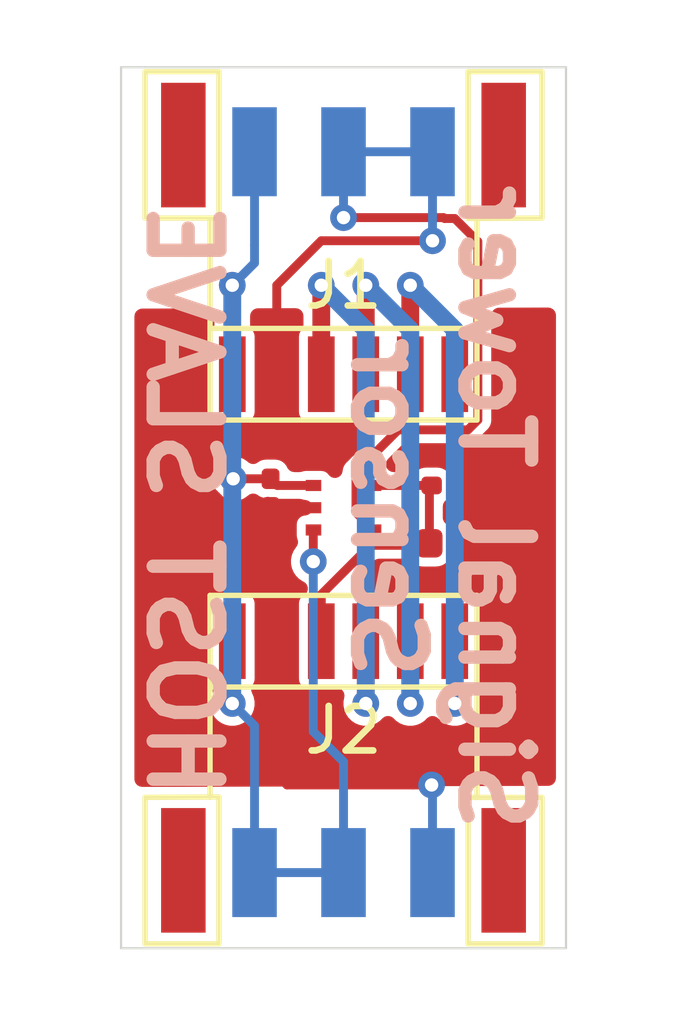
<source format=kicad_pcb>
(kicad_pcb (version 20171130) (host pcbnew "(5.1.6-0-10_14)")

  (general
    (thickness 1.6)
    (drawings 9)
    (tracks 82)
    (zones 0)
    (modules 8)
    (nets 10)
  )

  (page A4)
  (layers
    (0 F.Cu signal)
    (31 B.Cu signal)
    (32 B.Adhes user)
    (33 F.Adhes user)
    (34 B.Paste user)
    (35 F.Paste user)
    (36 B.SilkS user)
    (37 F.SilkS user)
    (38 B.Mask user)
    (39 F.Mask user)
    (40 Dwgs.User user)
    (41 Cmts.User user)
    (42 Eco1.User user)
    (43 Eco2.User user)
    (44 Edge.Cuts user)
    (45 Margin user)
    (46 B.CrtYd user)
    (47 F.CrtYd user)
    (48 B.Fab user)
    (49 F.Fab user)
  )

  (setup
    (last_trace_width 0.2)
    (user_trace_width 0.2)
    (user_trace_width 0.25)
    (user_trace_width 0.4)
    (trace_clearance 0.12)
    (zone_clearance 0.2)
    (zone_45_only no)
    (trace_min 0.2)
    (via_size 0.8)
    (via_drill 0.4)
    (via_min_size 0.4)
    (via_min_drill 0.3)
    (user_via 0.6 0.3)
    (uvia_size 0.3)
    (uvia_drill 0.1)
    (uvias_allowed no)
    (uvia_min_size 0.2)
    (uvia_min_drill 0.1)
    (edge_width 0.05)
    (segment_width 0.2)
    (pcb_text_width 0.3)
    (pcb_text_size 1.5 1.5)
    (mod_edge_width 0.12)
    (mod_text_size 1 1)
    (mod_text_width 0.15)
    (pad_size 1.524 1.524)
    (pad_drill 0.762)
    (pad_to_mask_clearance 0.051)
    (solder_mask_min_width 0.25)
    (aux_axis_origin 0 0)
    (visible_elements FFFFFF7F)
    (pcbplotparams
      (layerselection 0x010fc_ffffffff)
      (usegerberextensions false)
      (usegerberattributes true)
      (usegerberadvancedattributes true)
      (creategerberjobfile true)
      (excludeedgelayer true)
      (linewidth 0.100000)
      (plotframeref false)
      (viasonmask false)
      (mode 1)
      (useauxorigin false)
      (hpglpennumber 1)
      (hpglpenspeed 20)
      (hpglpendiameter 15.000000)
      (psnegative false)
      (psa4output false)
      (plotreference true)
      (plotvalue true)
      (plotinvisibletext false)
      (padsonsilk false)
      (subtractmaskfromsilk false)
      (outputformat 1)
      (mirror false)
      (drillshape 0)
      (scaleselection 1)
      (outputdirectory "20201031_slave_sigtower/"))
  )

  (net 0 "")
  (net 1 GND)
  (net 2 +3V3)
  (net 3 "Net-(C2-Pad1)")
  (net 4 /IOUT)
  (net 5 /IOUT2)
  (net 6 /IOUT4)
  (net 7 "Net-(J1-Pad1)")
  (net 8 "Net-(SW1-Pad2)")
  (net 9 "Net-(SW2-Pad2)")

  (net_class Default "これはデフォルトのネット クラスです。"
    (clearance 0.12)
    (trace_width 0.2)
    (via_dia 0.8)
    (via_drill 0.4)
    (uvia_dia 0.3)
    (uvia_drill 0.1)
    (add_net +3V3)
    (add_net /IOUT)
    (add_net /IOUT2)
    (add_net /IOUT4)
    (add_net GND)
    (add_net "Net-(C2-Pad1)")
    (add_net "Net-(J1-Pad1)")
    (add_net "Net-(SW1-Pad2)")
    (add_net "Net-(SW2-Pad2)")
  )

  (net_class PWR ""
    (clearance 0.3)
    (trace_width 0.4)
    (via_dia 0.8)
    (via_drill 0.4)
    (uvia_dia 0.3)
    (uvia_drill 0.1)
  )

  (module Connector_JST:JST_NSH_SM06B_1mm_Horizonal (layer F.Cu) (tedit 5F1790FB) (tstamp 5EE0EB5F)
    (at 180 100)
    (path /5EE06921)
    (attr smd)
    (fp_text reference J2 (at 0 2) (layer F.SilkS)
      (effects (font (size 1 1) (thickness 0.15)))
    )
    (fp_text value Conn_01x06_Female (at 0 3.15) (layer F.Fab)
      (effects (font (size 1 1) (thickness 0.15)))
    )
    (fp_line (start -3 -1.03) (end 3 -1.03) (layer F.SilkS) (width 0.12))
    (fp_line (start -3 1.03) (end 3 1.03) (layer F.SilkS) (width 0.12))
    (fp_line (start -2.8 3.5) (end -2.8 6.8) (layer F.SilkS) (width 0.12))
    (fp_line (start 2.8 3.5) (end 2.8 6.8) (layer F.SilkS) (width 0.12))
    (fp_line (start -2.8 6.8) (end -4.46 6.8) (layer F.SilkS) (width 0.12))
    (fp_line (start 2.8 6.8) (end 4.46 6.8) (layer F.SilkS) (width 0.12))
    (fp_line (start -4.46 6.8) (end -4.46 3.51) (layer F.SilkS) (width 0.12))
    (fp_line (start 4.46 6.8) (end 4.46 3.51) (layer F.SilkS) (width 0.12))
    (fp_line (start -4.46 3.51) (end -2.8 3.5) (layer F.SilkS) (width 0.12))
    (fp_line (start 4.46 3.51) (end 2.8 3.51) (layer F.SilkS) (width 0.12))
    (fp_line (start -3 3.51) (end -3 -1.03) (layer F.SilkS) (width 0.12))
    (fp_line (start 3 3.51) (end 3 -1.03) (layer F.SilkS) (width 0.12))
    (fp_line (start -4.7 -1.25) (end 4.7 -1.25) (layer F.CrtYd) (width 0.05))
    (fp_line (start 4.7 -1.25) (end 4.7 6.9) (layer F.CrtYd) (width 0.05))
    (fp_line (start -4.7 6.9) (end 4.7 6.9) (layer F.CrtYd) (width 0.05))
    (fp_line (start -4.7 -1.25) (end -4.7 6.9) (layer F.CrtYd) (width 0.05))
    (pad 0 smd rect (at 3.6 5.15) (size 1 2.8) (layers F.Cu F.Paste F.Mask))
    (pad 0 smd rect (at -3.6 5.15) (size 1 2.8) (layers F.Cu F.Paste F.Mask))
    (pad 6 smd rect (at 2.5 0) (size 0.6 1.7) (layers F.Cu F.Paste F.Mask)
      (net 6 /IOUT4))
    (pad 5 smd rect (at 1.5 0) (size 0.6 1.7) (layers F.Cu F.Paste F.Mask)
      (net 5 /IOUT2))
    (pad 4 smd rect (at 0.5 0) (size 0.6 1.7) (layers F.Cu F.Paste F.Mask)
      (net 4 /IOUT))
    (pad 3 smd rect (at -0.5 0) (size 0.6 1.7) (layers F.Cu F.Paste F.Mask)
      (net 3 "Net-(C2-Pad1)"))
    (pad 2 smd rect (at -1.5 0) (size 0.6 1.7) (layers F.Cu F.Paste F.Mask)
      (net 1 GND))
    (pad 1 smd rect (at -2.5 0) (size 0.6 1.7) (layers F.Cu F.Paste F.Mask)
      (net 2 +3V3))
  )

  (module Connector_JST:JST_NSH_SM06B_1mm_Horizonal (layer F.Cu) (tedit 5F1790FB) (tstamp 5EE14AF3)
    (at 180 94 180)
    (path /5EE04812)
    (attr smd)
    (fp_text reference J1 (at 0 2) (layer F.SilkS)
      (effects (font (size 1 1) (thickness 0.15)))
    )
    (fp_text value Conn_01x06_Female (at 0 3.15) (layer F.Fab)
      (effects (font (size 1 1) (thickness 0.15)))
    )
    (fp_line (start -3 -1.03) (end 3 -1.03) (layer F.SilkS) (width 0.12))
    (fp_line (start -3 1.03) (end 3 1.03) (layer F.SilkS) (width 0.12))
    (fp_line (start -2.8 3.5) (end -2.8 6.8) (layer F.SilkS) (width 0.12))
    (fp_line (start 2.8 3.5) (end 2.8 6.8) (layer F.SilkS) (width 0.12))
    (fp_line (start -2.8 6.8) (end -4.46 6.8) (layer F.SilkS) (width 0.12))
    (fp_line (start 2.8 6.8) (end 4.46 6.8) (layer F.SilkS) (width 0.12))
    (fp_line (start -4.46 6.8) (end -4.46 3.51) (layer F.SilkS) (width 0.12))
    (fp_line (start 4.46 6.8) (end 4.46 3.51) (layer F.SilkS) (width 0.12))
    (fp_line (start -4.46 3.51) (end -2.8 3.5) (layer F.SilkS) (width 0.12))
    (fp_line (start 4.46 3.51) (end 2.8 3.51) (layer F.SilkS) (width 0.12))
    (fp_line (start -3 3.51) (end -3 -1.03) (layer F.SilkS) (width 0.12))
    (fp_line (start 3 3.51) (end 3 -1.03) (layer F.SilkS) (width 0.12))
    (fp_line (start -4.7 -1.25) (end 4.7 -1.25) (layer F.CrtYd) (width 0.05))
    (fp_line (start 4.7 -1.25) (end 4.7 6.9) (layer F.CrtYd) (width 0.05))
    (fp_line (start -4.7 6.9) (end 4.7 6.9) (layer F.CrtYd) (width 0.05))
    (fp_line (start -4.7 -1.25) (end -4.7 6.9) (layer F.CrtYd) (width 0.05))
    (pad 0 smd rect (at 3.6 5.15 180) (size 1 2.8) (layers F.Cu F.Paste F.Mask))
    (pad 0 smd rect (at -3.6 5.15 180) (size 1 2.8) (layers F.Cu F.Paste F.Mask))
    (pad 6 smd rect (at 2.5 0 180) (size 0.6 1.7) (layers F.Cu F.Paste F.Mask)
      (net 2 +3V3))
    (pad 5 smd rect (at 1.5 0 180) (size 0.6 1.7) (layers F.Cu F.Paste F.Mask)
      (net 1 GND))
    (pad 4 smd rect (at 0.5 0 180) (size 0.6 1.7) (layers F.Cu F.Paste F.Mask)
      (net 4 /IOUT))
    (pad 3 smd rect (at -0.5 0 180) (size 0.6 1.7) (layers F.Cu F.Paste F.Mask)
      (net 5 /IOUT2))
    (pad 2 smd rect (at -1.5 0 180) (size 0.6 1.7) (layers F.Cu F.Paste F.Mask)
      (net 6 /IOUT4))
    (pad 1 smd rect (at -2.5 0 180) (size 0.6 1.7) (layers F.Cu F.Paste F.Mask)
      (net 7 "Net-(J1-Pad1)"))
  )

  (module Capacitor_SMD:C_0201_0603Metric (layer F.Cu) (tedit 5B301BBE) (tstamp 5EE0F7D1)
    (at 178.36 96.67 270)
    (descr "Capacitor SMD 0201 (0603 Metric), square (rectangular) end terminal, IPC_7351 nominal, (Body size source: https://www.vishay.com/docs/20052/crcw0201e3.pdf), generated with kicad-footprint-generator")
    (tags capacitor)
    (path /5DBCB9D1)
    (attr smd)
    (fp_text reference C1 (at 0 -1.05 90) (layer F.SilkS) hide
      (effects (font (size 1 1) (thickness 0.15)))
    )
    (fp_text value 0.1uF/10V (at 0 1.05 90) (layer F.Fab)
      (effects (font (size 1 1) (thickness 0.15)))
    )
    (fp_line (start 0.7 0.35) (end -0.7 0.35) (layer F.CrtYd) (width 0.05))
    (fp_line (start 0.7 -0.35) (end 0.7 0.35) (layer F.CrtYd) (width 0.05))
    (fp_line (start -0.7 -0.35) (end 0.7 -0.35) (layer F.CrtYd) (width 0.05))
    (fp_line (start -0.7 0.35) (end -0.7 -0.35) (layer F.CrtYd) (width 0.05))
    (fp_line (start 0.3 0.15) (end -0.3 0.15) (layer F.Fab) (width 0.1))
    (fp_line (start 0.3 -0.15) (end 0.3 0.15) (layer F.Fab) (width 0.1))
    (fp_line (start -0.3 -0.15) (end 0.3 -0.15) (layer F.Fab) (width 0.1))
    (fp_line (start -0.3 0.15) (end -0.3 -0.15) (layer F.Fab) (width 0.1))
    (fp_text user %R (at 0 -0.68 90) (layer F.Fab)
      (effects (font (size 0.25 0.25) (thickness 0.04)))
    )
    (pad 2 smd roundrect (at 0.32 0 270) (size 0.46 0.4) (layers F.Cu F.Mask) (roundrect_rratio 0.25)
      (net 1 GND))
    (pad 1 smd roundrect (at -0.32 0 270) (size 0.46 0.4) (layers F.Cu F.Mask) (roundrect_rratio 0.25)
      (net 2 +3V3))
    (pad "" smd roundrect (at 0.345 0 270) (size 0.318 0.36) (layers F.Paste) (roundrect_rratio 0.25))
    (pad "" smd roundrect (at -0.345 0 270) (size 0.318 0.36) (layers F.Paste) (roundrect_rratio 0.25))
    (model ${KISYS3DMOD}/Capacitor_SMD.3dshapes/C_0201_0603Metric.wrl
      (at (xyz 0 0 0))
      (scale (xyz 1 1 1))
      (rotate (xyz 0 0 0))
    )
  )

  (module Capacitor_SMD:C_0201_0603Metric (layer F.Cu) (tedit 5B301BBE) (tstamp 5F89E018)
    (at 182.3 96.5)
    (descr "Capacitor SMD 0201 (0603 Metric), square (rectangular) end terminal, IPC_7351 nominal, (Body size source: https://www.vishay.com/docs/20052/crcw0201e3.pdf), generated with kicad-footprint-generator")
    (tags capacitor)
    (path /5DBD1C35)
    (attr smd)
    (fp_text reference C2 (at 0 -1.05) (layer F.SilkS) hide
      (effects (font (size 1 1) (thickness 0.15)))
    )
    (fp_text value 1uF/10V (at 0 1.05) (layer F.Fab)
      (effects (font (size 1 1) (thickness 0.15)))
    )
    (fp_line (start 0.7 0.35) (end -0.7 0.35) (layer F.CrtYd) (width 0.05))
    (fp_line (start 0.7 -0.35) (end 0.7 0.35) (layer F.CrtYd) (width 0.05))
    (fp_line (start -0.7 -0.35) (end 0.7 -0.35) (layer F.CrtYd) (width 0.05))
    (fp_line (start -0.7 0.35) (end -0.7 -0.35) (layer F.CrtYd) (width 0.05))
    (fp_line (start 0.3 0.15) (end -0.3 0.15) (layer F.Fab) (width 0.1))
    (fp_line (start 0.3 -0.15) (end 0.3 0.15) (layer F.Fab) (width 0.1))
    (fp_line (start -0.3 -0.15) (end 0.3 -0.15) (layer F.Fab) (width 0.1))
    (fp_line (start -0.3 0.15) (end -0.3 -0.15) (layer F.Fab) (width 0.1))
    (fp_text user %R (at 0 -0.68) (layer F.Fab)
      (effects (font (size 0.25 0.25) (thickness 0.04)))
    )
    (pad 2 smd roundrect (at 0.32 0) (size 0.46 0.4) (layers F.Cu F.Mask) (roundrect_rratio 0.25)
      (net 1 GND))
    (pad 1 smd roundrect (at -0.32 0) (size 0.46 0.4) (layers F.Cu F.Mask) (roundrect_rratio 0.25)
      (net 3 "Net-(C2-Pad1)"))
    (pad "" smd roundrect (at 0.345 0) (size 0.318 0.36) (layers F.Paste) (roundrect_rratio 0.25))
    (pad "" smd roundrect (at -0.345 0) (size 0.318 0.36) (layers F.Paste) (roundrect_rratio 0.25))
    (model ${KISYS3DMOD}/Capacitor_SMD.3dshapes/C_0201_0603Metric.wrl
      (at (xyz 0 0 0))
      (scale (xyz 1 1 1))
      (rotate (xyz 0 0 0))
    )
  )

  (module Resistor_SMD:R_0402_1005Metric (layer F.Cu) (tedit 5B301BBD) (tstamp 5EE0F226)
    (at 182.415 97.8)
    (descr "Resistor SMD 0402 (1005 Metric), square (rectangular) end terminal, IPC_7351 nominal, (Body size source: http://www.tortai-tech.com/upload/download/2011102023233369053.pdf), generated with kicad-footprint-generator")
    (tags resistor)
    (path /5DBD2224)
    (attr smd)
    (fp_text reference R1 (at 0 -1.17) (layer F.SilkS) hide
      (effects (font (size 1 1) (thickness 0.15)))
    )
    (fp_text value 6.8k (at 0 1.17) (layer F.Fab)
      (effects (font (size 1 1) (thickness 0.15)))
    )
    (fp_line (start 0.93 0.47) (end -0.93 0.47) (layer F.CrtYd) (width 0.05))
    (fp_line (start 0.93 -0.47) (end 0.93 0.47) (layer F.CrtYd) (width 0.05))
    (fp_line (start -0.93 -0.47) (end 0.93 -0.47) (layer F.CrtYd) (width 0.05))
    (fp_line (start -0.93 0.47) (end -0.93 -0.47) (layer F.CrtYd) (width 0.05))
    (fp_line (start 0.5 0.25) (end -0.5 0.25) (layer F.Fab) (width 0.1))
    (fp_line (start 0.5 -0.25) (end 0.5 0.25) (layer F.Fab) (width 0.1))
    (fp_line (start -0.5 -0.25) (end 0.5 -0.25) (layer F.Fab) (width 0.1))
    (fp_line (start -0.5 0.25) (end -0.5 -0.25) (layer F.Fab) (width 0.1))
    (fp_text user %R (at 0 0) (layer F.Fab)
      (effects (font (size 0.25 0.25) (thickness 0.04)))
    )
    (pad 2 smd roundrect (at 0.485 0) (size 0.59 0.64) (layers F.Cu F.Paste F.Mask) (roundrect_rratio 0.25)
      (net 1 GND))
    (pad 1 smd roundrect (at -0.485 0) (size 0.59 0.64) (layers F.Cu F.Paste F.Mask) (roundrect_rratio 0.25)
      (net 3 "Net-(C2-Pad1)"))
    (model ${KISYS3DMOD}/Resistor_SMD.3dshapes/R_0402_1005Metric.wrl
      (at (xyz 0 0 0))
      (scale (xyz 1 1 1))
      (rotate (xyz 0 0 0))
    )
  )

  (module lazurite_footprint:wsof5 (layer F.Cu) (tedit 5F892A2D) (tstamp 5EE0E89F)
    (at 180.5 97 90)
    (path /5DBC78E3)
    (attr smd)
    (fp_text reference U1 (at 0 -2.54 90) (layer F.SilkS) hide
      (effects (font (size 1 1) (thickness 0.15)))
    )
    (fp_text value BH1620FVC (at 0 -3.81 180) (layer F.Fab)
      (effects (font (size 1 1) (thickness 0.15)))
    )
    (pad 5 smd rect (at 0.5 0.175 90) (size 0.25 0.35) (layers F.Cu F.Paste F.Mask)
      (net 3 "Net-(C2-Pad1)"))
    (pad 4 smd rect (at -0.5 0.175 90) (size 0.25 0.35) (layers F.Cu F.Paste F.Mask)
      (net 8 "Net-(SW1-Pad2)"))
    (pad 1 smd rect (at 0.5 -1.175 90) (size 0.25 0.35) (layers F.Cu F.Paste F.Mask)
      (net 2 +3V3))
    (pad 2 smd rect (at 0 -1.175 90) (size 0.25 0.35) (layers F.Cu F.Paste F.Mask)
      (net 1 GND))
    (pad 3 smd rect (at -0.5 -1.175 90) (size 0.25 0.35) (layers F.Cu F.Paste F.Mask)
      (net 9 "Net-(SW2-Pad2)"))
  )

  (module lazurite_footprint:SHORT_SPDT (layer B.Cu) (tedit 5EE09C79) (tstamp 5EE15E55)
    (at 180 89 270)
    (path /5EE92273)
    (fp_text reference SW1 (at 0 -0.5 270) (layer B.SilkS) hide
      (effects (font (size 1 1) (thickness 0.15)) (justify mirror))
    )
    (fp_text value SW_SPDT (at 0 0.5 270) (layer B.Fab)
      (effects (font (size 1 1) (thickness 0.15)) (justify mirror))
    )
    (pad 3 smd rect (at 0 2 270) (size 2 1) (layers B.Cu B.Paste B.Mask)
      (net 2 +3V3))
    (pad 2 smd rect (at 0 0 270) (size 2 1) (layers B.Cu B.Paste B.Mask)
      (net 8 "Net-(SW1-Pad2)"))
    (pad 1 smd rect (at 0 -2 270) (size 2 1) (layers B.Cu B.Paste B.Mask)
      (net 1 GND))
  )

  (module lazurite_footprint:SHORT_SPDT (layer B.Cu) (tedit 5EE09C79) (tstamp 5EE0FCEF)
    (at 180 105.2 90)
    (path /5EE93915)
    (fp_text reference SW2 (at 0 -0.5 270) (layer B.SilkS) hide
      (effects (font (size 1 1) (thickness 0.15)) (justify mirror))
    )
    (fp_text value SW_SPDT (at 0 0.5 270) (layer B.Fab)
      (effects (font (size 1 1) (thickness 0.15)) (justify mirror))
    )
    (pad 3 smd rect (at 0 2 90) (size 2 1) (layers B.Cu B.Paste B.Mask)
      (net 1 GND))
    (pad 2 smd rect (at 0 0 90) (size 2 1) (layers B.Cu B.Paste B.Mask)
      (net 9 "Net-(SW2-Pad2)"))
    (pad 1 smd rect (at 0 -2 90) (size 2 1) (layers B.Cu B.Paste B.Mask)
      (net 2 +3V3))
  )

  (gr_line (start 178 105.2) (end 180 105.2) (layer B.Cu) (width 0.2) (tstamp 5EE15E63))
  (gr_line (start 180 89) (end 182 89) (layer B.Cu) (width 0.2))
  (gr_text "Signal Tower\nSensor" (at 182.2 97 270) (layer B.SilkS)
    (effects (font (size 1.5 1.5) (thickness 0.3)) (justify mirror))
  )
  (gr_text SLAVE (at 176.4 93.5 270) (layer B.SilkS)
    (effects (font (size 1.5 1.5) (thickness 0.3)) (justify mirror))
  )
  (gr_text HOST (at 176.4 100.6 270) (layer B.SilkS) (tstamp 5EE1188A)
    (effects (font (size 1.5 1.5) (thickness 0.3)) (justify mirror))
  )
  (gr_line (start 175 87.1) (end 175 106.9) (layer Edge.Cuts) (width 0.05) (tstamp 5EE0F76E))
  (gr_line (start 185 87.1) (end 175 87.1) (layer Edge.Cuts) (width 0.05))
  (gr_line (start 185 106.9) (end 185 87.1) (layer Edge.Cuts) (width 0.05))
  (gr_line (start 175 106.9) (end 185 106.9) (layer Edge.Cuts) (width 0.05))

  (segment (start 178.5 94) (end 178.5 92) (width 0.2) (layer F.Cu) (net 1))
  (segment (start 178.5 92) (end 179.5 91) (width 0.2) (layer F.Cu) (net 1))
  (via (at 182 91) (size 0.6) (drill 0.3) (layers F.Cu B.Cu) (net 1))
  (segment (start 179.5 91) (end 182 91) (width 0.2) (layer F.Cu) (net 1))
  (segment (start 178.42 97) (end 178.3 96.88) (width 0.25) (layer F.Cu) (net 1))
  (via (at 181.979197 103.230397) (size 0.6) (drill 0.3) (layers F.Cu B.Cu) (net 1))
  (segment (start 178.5 100) (end 178.5 103) (width 0.2) (layer F.Cu) (net 1))
  (segment (start 178.5 103) (end 178.730398 103.230398) (width 0.2) (layer F.Cu) (net 1))
  (segment (start 178.730398 103.230398) (end 181.554933 103.230397) (width 0.2) (layer F.Cu) (net 1))
  (segment (start 181.554933 103.230397) (end 181.979197 103.230397) (width 0.2) (layer F.Cu) (net 1))
  (segment (start 182 103.2512) (end 181.979197 103.230397) (width 0.2) (layer B.Cu) (net 1))
  (segment (start 182 105.2) (end 182 103.2512) (width 0.2) (layer B.Cu) (net 1))
  (segment (start 182 91) (end 182 88.9) (width 0.2) (layer B.Cu) (net 1))
  (segment (start 178.37 97) (end 178.36 96.99) (width 0.2) (layer F.Cu) (net 1))
  (segment (start 179.325 97) (end 178.37 97) (width 0.2) (layer F.Cu) (net 1))
  (segment (start 178.5 97.13) (end 178.36 96.99) (width 0.2) (layer F.Cu) (net 1))
  (segment (start 178.5 100) (end 178.5 97.13) (width 0.2) (layer F.Cu) (net 1))
  (segment (start 176.999999 96.100399) (end 178.5 94.600398) (width 0.2) (layer F.Cu) (net 1))
  (segment (start 178.5 94.600398) (end 178.5 94) (width 0.2) (layer F.Cu) (net 1))
  (segment (start 176.999999 96.599601) (end 176.999999 96.100399) (width 0.2) (layer F.Cu) (net 1))
  (segment (start 177.390398 96.99) (end 176.999999 96.599601) (width 0.2) (layer F.Cu) (net 1))
  (segment (start 178.36 96.99) (end 177.390398 96.99) (width 0.2) (layer F.Cu) (net 1))
  (segment (start 177.5 94) (end 177.5 92) (width 0.4) (layer F.Cu) (net 2))
  (via (at 177.5 92) (size 0.6) (drill 0.3) (layers F.Cu B.Cu) (net 2))
  (via (at 177.52 96.35) (size 0.6) (drill 0.3) (layers F.Cu B.Cu) (net 2))
  (via (at 177.5 101.399994) (size 0.6) (drill 0.3) (layers F.Cu B.Cu) (net 2) (tstamp 5F89DFB1))
  (segment (start 178 105.2) (end 178 101.899994) (width 0.2) (layer B.Cu) (net 2))
  (segment (start 177.5 92) (end 178 91.5) (width 0.2) (layer B.Cu) (net 2))
  (segment (start 178 91.5) (end 178 91.1) (width 0.2) (layer B.Cu) (net 2))
  (segment (start 178 89) (end 178 91.1) (width 0.2) (layer B.Cu) (net 2))
  (segment (start 177.5 92) (end 177.5 101.399994) (width 0.4) (layer B.Cu) (net 2))
  (segment (start 178.51 96.5) (end 178.36 96.35) (width 0.2) (layer F.Cu) (net 2))
  (segment (start 179.325 96.5) (end 178.51 96.5) (width 0.2) (layer F.Cu) (net 2))
  (segment (start 178 101.899994) (end 177.5 101.399994) (width 0.2) (layer B.Cu) (net 2))
  (segment (start 177.52 96.35) (end 178.36 96.35) (width 0.2) (layer F.Cu) (net 2))
  (segment (start 177.5 100) (end 177.5 101.399994) (width 0.4) (layer F.Cu) (net 2))
  (segment (start 179.5 100) (end 179.5 99.25) (width 0.2) (layer F.Cu) (net 3))
  (segment (start 181.805 97.675) (end 181.93 97.8) (width 0.2) (layer F.Cu) (net 3))
  (segment (start 181.98 97.75) (end 181.93 97.8) (width 0.2) (layer F.Cu) (net 3))
  (segment (start 180.675 96.5) (end 181.98 96.5) (width 0.2) (layer F.Cu) (net 3))
  (segment (start 181.93 96.55) (end 181.98 96.5) (width 0.2) (layer F.Cu) (net 3))
  (segment (start 181.93 97.8) (end 181.93 96.55) (width 0.2) (layer F.Cu) (net 3))
  (segment (start 179.5 98.95) (end 179.5 100) (width 0.2) (layer F.Cu) (net 3))
  (segment (start 181.884999 97.845001) (end 180.604999 97.845001) (width 0.2) (layer F.Cu) (net 3))
  (segment (start 180.604999 97.845001) (end 179.5 98.95) (width 0.2) (layer F.Cu) (net 3))
  (segment (start 181.93 97.8) (end 181.884999 97.845001) (width 0.2) (layer F.Cu) (net 3))
  (segment (start 179.5 94) (end 179.5 92) (width 0.4) (layer F.Cu) (net 4))
  (via (at 179.5 92) (size 0.6) (drill 0.3) (layers F.Cu B.Cu) (net 4))
  (via (at 180.5 101.400004) (size 0.6) (drill 0.3) (layers F.Cu B.Cu) (net 4))
  (segment (start 179.5 92) (end 180.5 93) (width 0.4) (layer B.Cu) (net 4))
  (segment (start 180.5 100) (end 180.5 101.400004) (width 0.4) (layer F.Cu) (net 4))
  (segment (start 180.5 93) (end 180.5 101.400004) (width 0.4) (layer B.Cu) (net 4))
  (segment (start 180.5 94) (end 180.5 92) (width 0.4) (layer F.Cu) (net 5))
  (via (at 180.5 92) (size 0.6) (drill 0.3) (layers F.Cu B.Cu) (net 5))
  (segment (start 181.5 100) (end 181.5 101.399992) (width 0.4) (layer F.Cu) (net 5))
  (segment (start 181.5 93) (end 181.5 101.399992) (width 0.4) (layer B.Cu) (net 5))
  (via (at 181.5 101.399992) (size 0.6) (drill 0.3) (layers F.Cu B.Cu) (net 5))
  (segment (start 180.5 92) (end 181.5 93) (width 0.4) (layer B.Cu) (net 5))
  (segment (start 181.5 94) (end 181.5 92) (width 0.4) (layer F.Cu) (net 6))
  (via (at 181.5 92) (size 0.6) (drill 0.3) (layers F.Cu B.Cu) (net 6))
  (segment (start 182.5 93) (end 182.5 101.4) (width 0.4) (layer B.Cu) (net 6))
  (segment (start 181.5 92) (end 182.5 93) (width 0.4) (layer B.Cu) (net 6))
  (via (at 182.5 101.4) (size 0.6) (drill 0.3) (layers F.Cu B.Cu) (net 6))
  (segment (start 182.5 100) (end 182.5 101.4) (width 0.4) (layer F.Cu) (net 6))
  (via (at 180 90.48) (size 0.6) (drill 0.3) (layers F.Cu B.Cu) (net 8))
  (segment (start 180 90.48) (end 180 88.9) (width 0.2) (layer B.Cu) (net 8))
  (segment (start 180.675 97.5) (end 180.279999 97.104999) (width 0.2) (layer F.Cu) (net 8))
  (segment (start 180.279999 97.104999) (end 180.279999 96.198999) (width 0.2) (layer F.Cu) (net 8))
  (segment (start 180.279999 96.198999) (end 181.228998 95.25) (width 0.2) (layer F.Cu) (net 8))
  (segment (start 181.228998 95.25) (end 182.796002 95.25) (width 0.2) (layer F.Cu) (net 8))
  (segment (start 182.796002 95.25) (end 183.020001 95.026001) (width 0.2) (layer F.Cu) (net 8))
  (segment (start 183.020001 95.026001) (end 183.020001 91.020001) (width 0.2) (layer F.Cu) (net 8))
  (segment (start 183.020001 91.020001) (end 182.5 90.5) (width 0.2) (layer F.Cu) (net 8))
  (segment (start 182.5 90.5) (end 182.269602 90.5) (width 0.2) (layer F.Cu) (net 8))
  (segment (start 182.269602 90.5) (end 182.249602 90.48) (width 0.2) (layer F.Cu) (net 8))
  (segment (start 182.249602 90.48) (end 180 90.48) (width 0.2) (layer F.Cu) (net 8))
  (segment (start 180 105.2) (end 180 102.70998) (width 0.2) (layer B.Cu) (net 9))
  (via (at 179.32 98.21) (size 0.6) (drill 0.3) (layers F.Cu B.Cu) (net 9) (tstamp 5F89E1F4))
  (segment (start 179.32 97.505) (end 179.325 97.5) (width 0.2) (layer F.Cu) (net 9))
  (segment (start 179.32 102.02998) (end 180 102.70998) (width 0.2) (layer B.Cu) (net 9))
  (segment (start 179.32 98.21) (end 179.32 102.02998) (width 0.2) (layer B.Cu) (net 9))
  (segment (start 179.32 98.21) (end 179.32 97.505) (width 0.2) (layer F.Cu) (net 9))

  (zone (net 1) (net_name GND) (layer F.Cu) (tstamp 5F9CE4F6) (hatch edge 0.508)
    (connect_pads yes (clearance 0.2))
    (min_thickness 0.35)
    (fill yes (arc_segments 32) (thermal_gap 0.2) (thermal_bridge_width 0.5))
    (polygon
      (pts
        (xy 185 103.25) (xy 175.3 103.275) (xy 175.3 92.525) (xy 185 92.5)
      )
    )
    (filled_polygon
      (pts
        (xy 184.6 103.076031) (xy 175.475 103.099549) (xy 175.475 99.15) (xy 176.823186 99.15) (xy 176.823186 100.85)
        (xy 176.830426 100.923513) (xy 176.851869 100.9942) (xy 176.886691 101.059347) (xy 176.902735 101.078897) (xy 176.901823 101.080262)
        (xy 176.85094 101.203104) (xy 176.825 101.333512) (xy 176.825 101.466476) (xy 176.85094 101.596884) (xy 176.901823 101.719726)
        (xy 176.975693 101.830281) (xy 177.069713 101.924301) (xy 177.180268 101.998171) (xy 177.30311 102.049054) (xy 177.433518 102.074994)
        (xy 177.566482 102.074994) (xy 177.69689 102.049054) (xy 177.819732 101.998171) (xy 177.930287 101.924301) (xy 178.024307 101.830281)
        (xy 178.098177 101.719726) (xy 178.14906 101.596884) (xy 178.175 101.466476) (xy 178.175 101.333512) (xy 178.14906 101.203104)
        (xy 178.098177 101.080262) (xy 178.097265 101.078897) (xy 178.113309 101.059347) (xy 178.148131 100.9942) (xy 178.169574 100.923513)
        (xy 178.176814 100.85) (xy 178.176814 99.15) (xy 178.169574 99.076487) (xy 178.148131 99.0058) (xy 178.113309 98.940653)
        (xy 178.066448 98.883552) (xy 178.009347 98.836691) (xy 177.9442 98.801869) (xy 177.873513 98.780426) (xy 177.8 98.773186)
        (xy 177.2 98.773186) (xy 177.126487 98.780426) (xy 177.0558 98.801869) (xy 176.990653 98.836691) (xy 176.933552 98.883552)
        (xy 176.886691 98.940653) (xy 176.851869 99.0058) (xy 176.830426 99.076487) (xy 176.823186 99.15) (xy 175.475 99.15)
        (xy 175.475 92.699549) (xy 176.925001 92.695812) (xy 176.925001 92.893972) (xy 176.886691 92.940653) (xy 176.851869 93.0058)
        (xy 176.830426 93.076487) (xy 176.823186 93.15) (xy 176.823186 94.85) (xy 176.830426 94.923513) (xy 176.851869 94.9942)
        (xy 176.886691 95.059347) (xy 176.933552 95.116448) (xy 176.990653 95.163309) (xy 177.0558 95.198131) (xy 177.126487 95.219574)
        (xy 177.2 95.226814) (xy 177.8 95.226814) (xy 177.873513 95.219574) (xy 177.9442 95.198131) (xy 178.009347 95.163309)
        (xy 178.066448 95.116448) (xy 178.113309 95.059347) (xy 178.148131 94.9942) (xy 178.169574 94.923513) (xy 178.176814 94.85)
        (xy 178.176814 93.15) (xy 178.169574 93.076487) (xy 178.148131 93.0058) (xy 178.113309 92.940653) (xy 178.075 92.893973)
        (xy 178.075 92.692848) (xy 178.925001 92.690657) (xy 178.925001 92.893972) (xy 178.886691 92.940653) (xy 178.851869 93.0058)
        (xy 178.830426 93.076487) (xy 178.823186 93.15) (xy 178.823186 94.85) (xy 178.830426 94.923513) (xy 178.851869 94.9942)
        (xy 178.886691 95.059347) (xy 178.933552 95.116448) (xy 178.990653 95.163309) (xy 179.0558 95.198131) (xy 179.126487 95.219574)
        (xy 179.2 95.226814) (xy 179.8 95.226814) (xy 179.873513 95.219574) (xy 179.9442 95.198131) (xy 180 95.168305)
        (xy 180.0558 95.198131) (xy 180.126487 95.219574) (xy 180.2 95.226814) (xy 180.580433 95.226814) (xy 179.960628 95.84662)
        (xy 179.942499 95.861498) (xy 179.883141 95.933826) (xy 179.849039 95.997627) (xy 179.839034 96.016345) (xy 179.811872 96.105883)
        (xy 179.80677 96.157685) (xy 179.766448 96.108552) (xy 179.709347 96.061691) (xy 179.6442 96.026869) (xy 179.573513 96.005426)
        (xy 179.5 95.998186) (xy 179.15 95.998186) (xy 179.076487 96.005426) (xy 179.011961 96.025) (xy 178.893821 96.025)
        (xy 178.856456 95.955096) (xy 178.797158 95.882842) (xy 178.724904 95.823544) (xy 178.642469 95.779481) (xy 178.553022 95.752348)
        (xy 178.46 95.743186) (xy 178.26 95.743186) (xy 178.166978 95.752348) (xy 178.077531 95.779481) (xy 177.995096 95.823544)
        (xy 177.969305 95.844711) (xy 177.950287 95.825693) (xy 177.839732 95.751823) (xy 177.71689 95.70094) (xy 177.586482 95.675)
        (xy 177.453518 95.675) (xy 177.32311 95.70094) (xy 177.200268 95.751823) (xy 177.089713 95.825693) (xy 176.995693 95.919713)
        (xy 176.921823 96.030268) (xy 176.87094 96.15311) (xy 176.845 96.283518) (xy 176.845 96.416482) (xy 176.87094 96.54689)
        (xy 176.921823 96.669732) (xy 176.995693 96.780287) (xy 177.089713 96.874307) (xy 177.200268 96.948177) (xy 177.32311 96.99906)
        (xy 177.453518 97.025) (xy 177.586482 97.025) (xy 177.71689 96.99906) (xy 177.839732 96.948177) (xy 177.950287 96.874307)
        (xy 177.969305 96.855289) (xy 177.995096 96.876456) (xy 178.077531 96.920519) (xy 178.166978 96.947652) (xy 178.26 96.956814)
        (xy 178.37959 96.956814) (xy 178.396044 96.961805) (xy 178.416883 96.968127) (xy 178.509999 96.977298) (xy 178.533332 96.975)
        (xy 179.011961 96.975) (xy 179.076487 96.994574) (xy 179.131581 97) (xy 179.076487 97.005426) (xy 179.0058 97.026869)
        (xy 178.940653 97.061691) (xy 178.883552 97.108552) (xy 178.836691 97.165653) (xy 178.801869 97.2308) (xy 178.780426 97.301487)
        (xy 178.773186 97.375) (xy 178.773186 97.625) (xy 178.780426 97.698513) (xy 178.801869 97.7692) (xy 178.80338 97.772026)
        (xy 178.795693 97.779713) (xy 178.721823 97.890268) (xy 178.67094 98.01311) (xy 178.645 98.143518) (xy 178.645 98.276482)
        (xy 178.67094 98.40689) (xy 178.721823 98.529732) (xy 178.795693 98.640287) (xy 178.889713 98.734307) (xy 179.000268 98.808177)
        (xy 179.024906 98.818382) (xy 178.990653 98.836691) (xy 178.933552 98.883552) (xy 178.886691 98.940653) (xy 178.851869 99.0058)
        (xy 178.830426 99.076487) (xy 178.823186 99.15) (xy 178.823186 100.85) (xy 178.830426 100.923513) (xy 178.851869 100.9942)
        (xy 178.886691 101.059347) (xy 178.933552 101.116448) (xy 178.990653 101.163309) (xy 179.0558 101.198131) (xy 179.126487 101.219574)
        (xy 179.2 101.226814) (xy 179.8 101.226814) (xy 179.847149 101.22217) (xy 179.825 101.333522) (xy 179.825 101.466486)
        (xy 179.85094 101.596894) (xy 179.901823 101.719736) (xy 179.975693 101.830291) (xy 180.069713 101.924311) (xy 180.180268 101.998181)
        (xy 180.30311 102.049064) (xy 180.433518 102.075004) (xy 180.566482 102.075004) (xy 180.69689 102.049064) (xy 180.819732 101.998181)
        (xy 180.930287 101.924311) (xy 181.000006 101.854592) (xy 181.069713 101.924299) (xy 181.180268 101.998169) (xy 181.30311 102.049052)
        (xy 181.433518 102.074992) (xy 181.566482 102.074992) (xy 181.69689 102.049052) (xy 181.819732 101.998169) (xy 181.930287 101.924299)
        (xy 181.999996 101.85459) (xy 182.069713 101.924307) (xy 182.180268 101.998177) (xy 182.30311 102.04906) (xy 182.433518 102.075)
        (xy 182.566482 102.075) (xy 182.69689 102.04906) (xy 182.819732 101.998177) (xy 182.930287 101.924307) (xy 183.024307 101.830287)
        (xy 183.098177 101.719732) (xy 183.14906 101.59689) (xy 183.175 101.466482) (xy 183.175 101.333518) (xy 183.14906 101.20311)
        (xy 183.098177 101.080268) (xy 183.097263 101.0789) (xy 183.113309 101.059347) (xy 183.148131 100.9942) (xy 183.169574 100.923513)
        (xy 183.176814 100.85) (xy 183.176814 99.15) (xy 183.169574 99.076487) (xy 183.148131 99.0058) (xy 183.113309 98.940653)
        (xy 183.066448 98.883552) (xy 183.009347 98.836691) (xy 182.9442 98.801869) (xy 182.873513 98.780426) (xy 182.8 98.773186)
        (xy 182.2 98.773186) (xy 182.126487 98.780426) (xy 182.0558 98.801869) (xy 182 98.831695) (xy 181.9442 98.801869)
        (xy 181.873513 98.780426) (xy 181.8 98.773186) (xy 181.2 98.773186) (xy 181.126487 98.780426) (xy 181.0558 98.801869)
        (xy 181 98.831695) (xy 180.9442 98.801869) (xy 180.873513 98.780426) (xy 180.8 98.773186) (xy 180.348565 98.773186)
        (xy 180.801751 98.320001) (xy 181.392677 98.320001) (xy 181.411754 98.343246) (xy 181.491207 98.408451) (xy 181.581854 98.456903)
        (xy 181.680211 98.486739) (xy 181.7825 98.496814) (xy 182.0775 98.496814) (xy 182.179789 98.486739) (xy 182.278146 98.456903)
        (xy 182.368793 98.408451) (xy 182.448246 98.343246) (xy 182.513451 98.263793) (xy 182.561903 98.173146) (xy 182.591739 98.074789)
        (xy 182.601814 97.9725) (xy 182.601814 97.6275) (xy 182.591739 97.525211) (xy 182.561903 97.426854) (xy 182.513451 97.336207)
        (xy 182.448246 97.256754) (xy 182.405 97.221263) (xy 182.405 96.971757) (xy 182.447158 96.937158) (xy 182.506456 96.864904)
        (xy 182.550519 96.782469) (xy 182.577652 96.693022) (xy 182.586814 96.6) (xy 182.586814 96.4) (xy 182.577652 96.306978)
        (xy 182.550519 96.217531) (xy 182.506456 96.135096) (xy 182.447158 96.062842) (xy 182.374904 96.003544) (xy 182.292469 95.959481)
        (xy 182.203022 95.932348) (xy 182.11 95.923186) (xy 181.85 95.923186) (xy 181.756978 95.932348) (xy 181.667531 95.959481)
        (xy 181.585096 96.003544) (xy 181.558952 96.025) (xy 181.125749 96.025) (xy 181.425749 95.725) (xy 182.77267 95.725)
        (xy 182.796002 95.727298) (xy 182.819334 95.725) (xy 182.889118 95.718127) (xy 182.978656 95.690966) (xy 183.061175 95.646859)
        (xy 183.133503 95.587501) (xy 183.148386 95.569366) (xy 183.339367 95.378385) (xy 183.357502 95.363502) (xy 183.41686 95.291174)
        (xy 183.460967 95.208655) (xy 183.488128 95.119117) (xy 183.495001 95.049333) (xy 183.495001 95.049332) (xy 183.497299 95.026002)
        (xy 183.495001 95.00267) (xy 183.495001 92.678879) (xy 184.600001 92.676031)
      )
    )
  )
)

</source>
